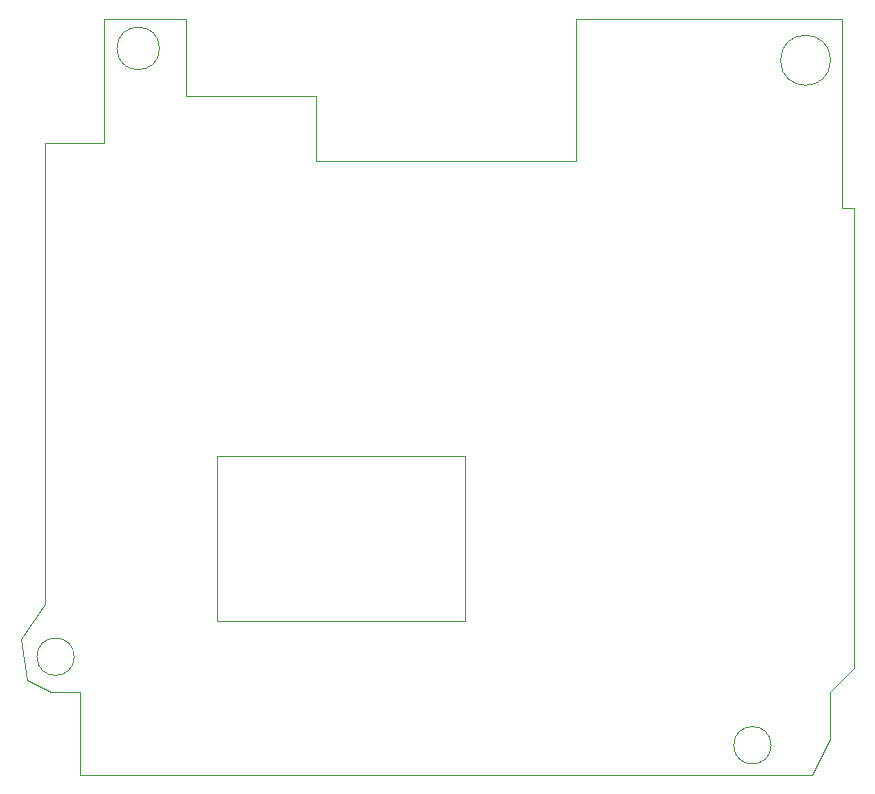
<source format=gbr>
%TF.GenerationSoftware,KiCad,Pcbnew,8.0.4*%
%TF.CreationDate,2024-10-20T21:45:34+01:00*%
%TF.ProjectId,esp32-c,65737033-322d-4632-9e6b-696361645f70,rev?*%
%TF.SameCoordinates,Original*%
%TF.FileFunction,Profile,NP*%
%FSLAX46Y46*%
G04 Gerber Fmt 4.6, Leading zero omitted, Abs format (unit mm)*
G04 Created by KiCad (PCBNEW 8.0.4) date 2024-10-20 21:45:34*
%MOMM*%
%LPD*%
G01*
G04 APERTURE LIST*
%TA.AperFunction,Profile*%
%ADD10C,0.050000*%
%TD*%
G04 APERTURE END LIST*
D10*
X172919477Y-125949682D02*
X170919477Y-127949682D01*
X104419477Y-81449682D02*
X109419477Y-81449682D01*
X140000000Y-121949682D02*
X119000000Y-121949682D01*
X149419477Y-82949682D02*
X149419477Y-70949682D01*
X171919477Y-86949682D02*
X172919477Y-86949682D01*
X170919477Y-131949682D02*
X169419477Y-134949682D01*
X127419477Y-82949682D02*
X149419477Y-82949682D01*
X140000000Y-108000000D02*
X140000000Y-121949682D01*
X107419477Y-127949682D02*
X104919477Y-127949682D01*
X172919477Y-86949682D02*
X172919477Y-125949682D01*
X119000000Y-108000000D02*
X140000000Y-108000000D01*
X170954463Y-74449682D02*
G75*
G02*
X166711823Y-74449682I-2121320J0D01*
G01*
X166711823Y-74449682D02*
G75*
G02*
X170954463Y-74449682I2121320J0D01*
G01*
X149419477Y-70949682D02*
X171919477Y-70949682D01*
X171919477Y-70949682D02*
X171919477Y-86949682D01*
X114135919Y-73449682D02*
G75*
G02*
X110530367Y-73449682I-1802776J0D01*
G01*
X110530367Y-73449682D02*
G75*
G02*
X114135919Y-73449682I1802776J0D01*
G01*
X102419477Y-123449682D02*
X104419477Y-120449682D01*
X119000000Y-121949682D02*
X119000000Y-108000000D01*
X127419477Y-77449682D02*
X127419477Y-82949682D01*
X169419477Y-134949682D02*
X107419477Y-134949682D01*
X109419477Y-70949682D02*
X116419477Y-70949682D01*
X170919477Y-127949682D02*
X170919477Y-131949682D01*
X102919477Y-126949682D02*
X102419477Y-123449682D01*
X106914282Y-124949682D02*
G75*
G02*
X103752004Y-124949682I-1581139J0D01*
G01*
X103752004Y-124949682D02*
G75*
G02*
X106914282Y-124949682I1581139J0D01*
G01*
X109419477Y-81449682D02*
X109419477Y-70949682D01*
X104919477Y-127949682D02*
X102919477Y-126949682D01*
X165914282Y-132449682D02*
G75*
G02*
X162752004Y-132449682I-1581139J0D01*
G01*
X162752004Y-132449682D02*
G75*
G02*
X165914282Y-132449682I1581139J0D01*
G01*
X104419477Y-120449682D02*
X104419477Y-81449682D01*
X116419477Y-77449682D02*
X127419477Y-77449682D01*
X107419477Y-134949682D02*
X107419477Y-127949682D01*
X116419477Y-70949682D02*
X116419477Y-77449682D01*
M02*

</source>
